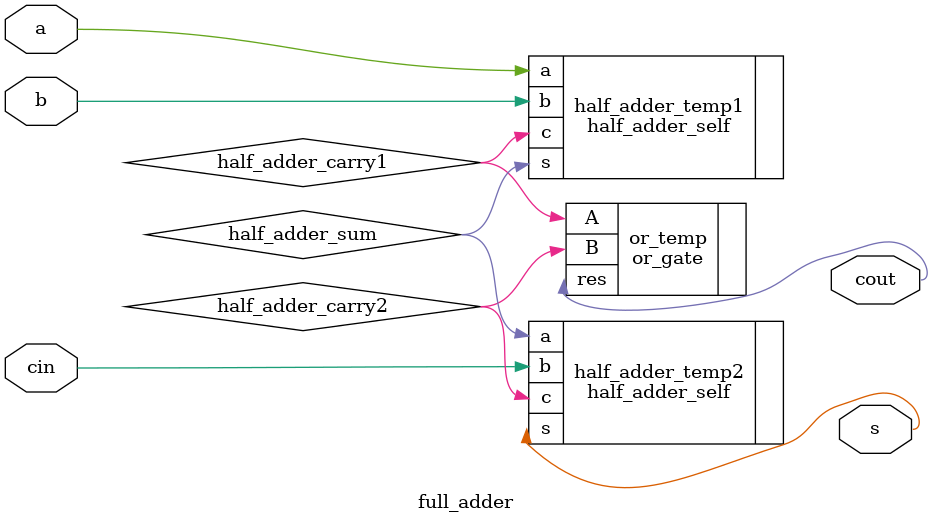
<source format=v>
`include "../or/or.v"
`include "../half_adder/half_adder.v"

module full_adder(input a, input b, input cin, output s, output cout);

	wire half_adder_carry1, half_adder_carry2;
	wire half_adder_sum;

	half_adder_self half_adder_temp1(
		.a(a),
		.b(b),
		.s(half_adder_sum),
		.c(half_adder_carry1)
	);

	half_adder_self half_adder_temp2(
		.a(half_adder_sum),
		.b(cin),
		.s(s),
		.c(half_adder_carry2)
	);

	or_gate or_temp(
		.A(half_adder_carry1),
		.B(half_adder_carry2),
		.res(cout)
	);

endmodule
</source>
